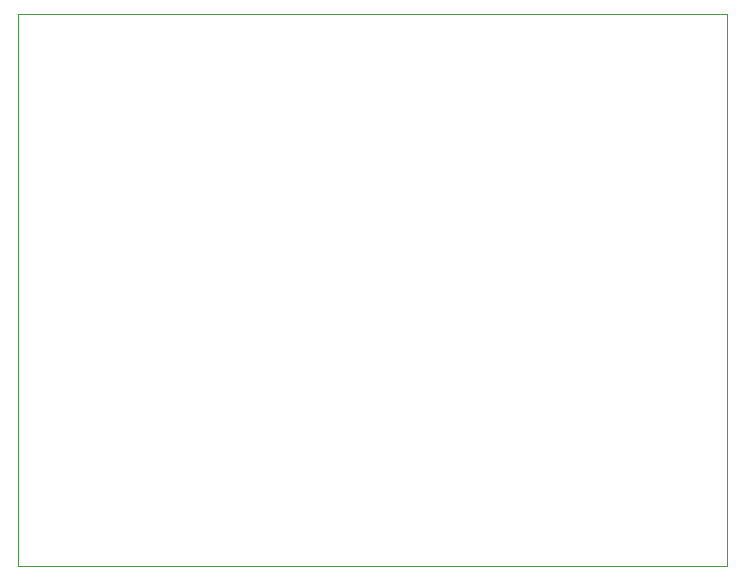
<source format=gbr>
%TF.GenerationSoftware,KiCad,Pcbnew,8.0.9-8.0.9-0~ubuntu22.04.1*%
%TF.CreationDate,2025-04-16T08:53:04-05:00*%
%TF.ProjectId,test_board,74657374-5f62-46f6-9172-642e6b696361,rev?*%
%TF.SameCoordinates,Original*%
%TF.FileFunction,Profile,NP*%
%FSLAX46Y46*%
G04 Gerber Fmt 4.6, Leading zero omitted, Abs format (unit mm)*
G04 Created by KiCad (PCBNEW 8.0.9-8.0.9-0~ubuntu22.04.1) date 2025-04-16 08:53:04*
%MOMM*%
%LPD*%
G01*
G04 APERTURE LIST*
%TA.AperFunction,Profile*%
%ADD10C,0.100000*%
%TD*%
G04 APERTURE END LIST*
D10*
X115120000Y-41400000D02*
X175100000Y-41400000D01*
X175100000Y-88070000D01*
X115120000Y-88070000D01*
X115120000Y-41400000D01*
M02*

</source>
